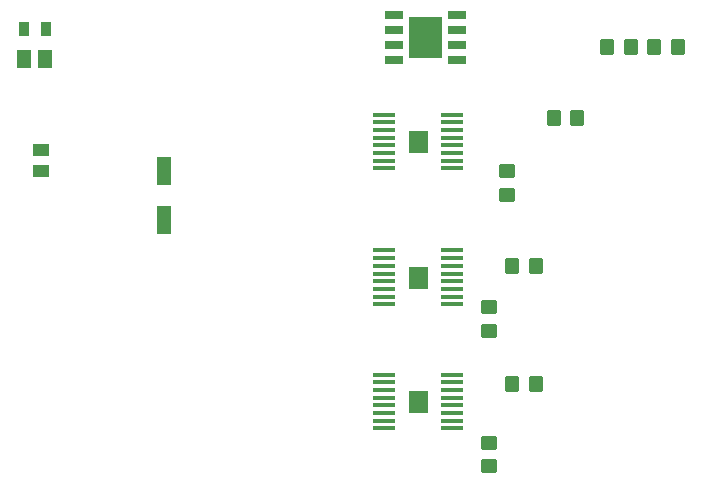
<source format=gbr>
%TF.GenerationSoftware,KiCad,Pcbnew,9.0.4*%
%TF.CreationDate,2025-09-17T18:04:12-03:00*%
%TF.ProjectId,DriversDiego,44726976-6572-4734-9469-65676f2e6b69,rev?*%
%TF.SameCoordinates,Original*%
%TF.FileFunction,Paste,Top*%
%TF.FilePolarity,Positive*%
%FSLAX46Y46*%
G04 Gerber Fmt 4.6, Leading zero omitted, Abs format (unit mm)*
G04 Created by KiCad (PCBNEW 9.0.4) date 2025-09-17 18:04:12*
%MOMM*%
%LPD*%
G01*
G04 APERTURE LIST*
G04 Aperture macros list*
%AMRoundRect*
0 Rectangle with rounded corners*
0 $1 Rounding radius*
0 $2 $3 $4 $5 $6 $7 $8 $9 X,Y pos of 4 corners*
0 Add a 4 corners polygon primitive as box body*
4,1,4,$2,$3,$4,$5,$6,$7,$8,$9,$2,$3,0*
0 Add four circle primitives for the rounded corners*
1,1,$1+$1,$2,$3*
1,1,$1+$1,$4,$5*
1,1,$1+$1,$6,$7*
1,1,$1+$1,$8,$9*
0 Add four rect primitives between the rounded corners*
20,1,$1+$1,$2,$3,$4,$5,0*
20,1,$1+$1,$4,$5,$6,$7,0*
20,1,$1+$1,$6,$7,$8,$9,0*
20,1,$1+$1,$8,$9,$2,$3,0*%
G04 Aperture macros list end*
%ADD10C,0.010000*%
%ADD11C,0.025400*%
%ADD12RoundRect,0.250000X-0.350000X-0.450000X0.350000X-0.450000X0.350000X0.450000X-0.350000X0.450000X0*%
%ADD13RoundRect,0.250000X-0.450000X0.350000X-0.450000X-0.350000X0.450000X-0.350000X0.450000X0.350000X0*%
%ADD14RoundRect,0.135000X-0.575000X0.405000X-0.575000X-0.405000X0.575000X-0.405000X0.575000X0.405000X0*%
%ADD15RoundRect,0.015000X0.760000X0.285000X-0.760000X0.285000X-0.760000X-0.285000X0.760000X-0.285000X0*%
%ADD16R,0.900000X1.300000*%
%ADD17R,1.955430X0.420766*%
%ADD18R,1.168400X2.413000*%
%ADD19R,1.210000X1.530000*%
G04 APERTURE END LIST*
D10*
%TO.C,U1*%
X148487152Y-113350000D02*
X145777152Y-113350000D01*
X145777152Y-109950000D01*
X148487152Y-109950000D01*
X148487152Y-113350000D01*
G36*
X148487152Y-113350000D02*
G01*
X145777152Y-113350000D01*
X145777152Y-109950000D01*
X148487152Y-109950000D01*
X148487152Y-113350000D01*
G37*
D11*
%TO.C,IC3*%
X147251613Y-121406613D02*
X145748387Y-121406613D01*
X145748387Y-119593391D01*
X147251613Y-119593391D01*
X147251613Y-121406613D01*
G36*
X147251613Y-121406613D02*
G01*
X145748387Y-121406613D01*
X145748387Y-119593391D01*
X147251613Y-119593391D01*
X147251613Y-121406613D01*
G37*
%TO.C,IC2*%
X147251613Y-132906613D02*
X145748387Y-132906613D01*
X145748387Y-131093391D01*
X147251613Y-131093391D01*
X147251613Y-132906613D01*
G36*
X147251613Y-132906613D02*
G01*
X145748387Y-132906613D01*
X145748387Y-131093391D01*
X147251613Y-131093391D01*
X147251613Y-132906613D01*
G37*
%TO.C,IC1*%
X147251613Y-143406613D02*
X145748387Y-143406613D01*
X145748387Y-141593391D01*
X147251613Y-141593391D01*
X147251613Y-143406613D01*
G36*
X147251613Y-143406613D02*
G01*
X145748387Y-143406613D01*
X145748387Y-141593391D01*
X147251613Y-141593391D01*
X147251613Y-143406613D01*
G37*
%TD*%
D12*
%TO.C,R3*%
X154500000Y-141000000D03*
X156500000Y-141000000D03*
%TD*%
D13*
%TO.C,R4*%
X152500000Y-134500000D03*
X152500000Y-136500000D03*
%TD*%
D14*
%TO.C,C3*%
X114605000Y-121210000D03*
X114605000Y-123000000D03*
%TD*%
D15*
%TO.C,U1*%
X149832152Y-113555000D03*
X149832152Y-112285000D03*
X149832152Y-111015000D03*
X149832152Y-109745000D03*
X144432152Y-109745000D03*
X144432152Y-111015000D03*
X144432152Y-112285000D03*
X144432152Y-113555000D03*
%TD*%
D16*
%TO.C,C1*%
X113100000Y-111000000D03*
X115000000Y-111000000D03*
%TD*%
D12*
%TO.C,R7*%
X158000000Y-118500000D03*
X160000000Y-118500000D03*
%TD*%
%TO.C,R1*%
X162500000Y-112500000D03*
X164500000Y-112500000D03*
%TD*%
D17*
%TO.C,IC3*%
X149375380Y-122775000D03*
X149375380Y-122125000D03*
X149375380Y-121475000D03*
X149375380Y-120825000D03*
X149375380Y-120175000D03*
X149375380Y-119525000D03*
X149375380Y-118875000D03*
X149375380Y-118225000D03*
X143624620Y-118225000D03*
X143624620Y-118875000D03*
X143624620Y-119525000D03*
X143624620Y-120175000D03*
X143624620Y-120825000D03*
X143624620Y-121475000D03*
X143624620Y-122125000D03*
X143624620Y-122775000D03*
%TD*%
D13*
%TO.C,R2*%
X152500000Y-146000000D03*
X152500000Y-148000000D03*
%TD*%
D17*
%TO.C,IC2*%
X149375380Y-134275000D03*
X149375380Y-133625000D03*
X149375380Y-132975000D03*
X149375380Y-132325000D03*
X149375380Y-131675000D03*
X149375380Y-131025000D03*
X149375380Y-130375000D03*
X149375380Y-129725000D03*
X143624620Y-129725000D03*
X143624620Y-130375000D03*
X143624620Y-131025000D03*
X143624620Y-131675000D03*
X143624620Y-132325000D03*
X143624620Y-132975000D03*
X143624620Y-133625000D03*
X143624620Y-134275000D03*
%TD*%
%TO.C,IC1*%
X149375380Y-144775000D03*
X149375380Y-144125000D03*
X149375380Y-143475000D03*
X149375380Y-142825000D03*
X149375380Y-142175000D03*
X149375380Y-141525000D03*
X149375380Y-140875000D03*
X149375380Y-140225000D03*
X143624620Y-140225000D03*
X143624620Y-140875000D03*
X143624620Y-141525000D03*
X143624620Y-142175000D03*
X143624620Y-142825000D03*
X143624620Y-143475000D03*
X143624620Y-144125000D03*
X143624620Y-144775000D03*
%TD*%
D12*
%TO.C,R8*%
X166500000Y-112500000D03*
X168500000Y-112500000D03*
%TD*%
D18*
%TO.C,C4*%
X125000000Y-123000000D03*
X125000000Y-127114800D03*
%TD*%
D12*
%TO.C,R5*%
X154500000Y-131000000D03*
X156500000Y-131000000D03*
%TD*%
D13*
%TO.C,R6*%
X154000000Y-123000000D03*
X154000000Y-125000000D03*
%TD*%
D19*
%TO.C,C2*%
X113130000Y-113500000D03*
X114912000Y-113500000D03*
%TD*%
M02*

</source>
